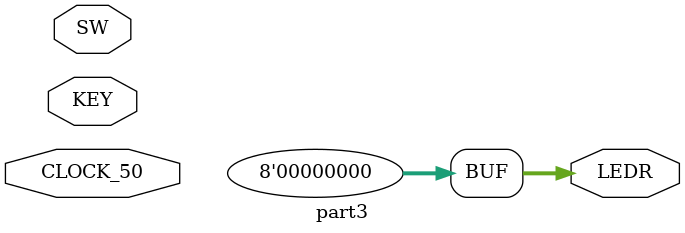
<source format=v>
`timescale 1ns / 1ns // `timescale time_unit/time_precision


//LEDR[0] output display

module part3(SW,KEY,LEDR,CLOCK_50);
input wire CLOCK_50;
input [9:0] SW;
input [3:0] KEY;
output [7:0] LEDR; 

assign LEDR[7:0] = 8'b00000000;

endmodule

</source>
